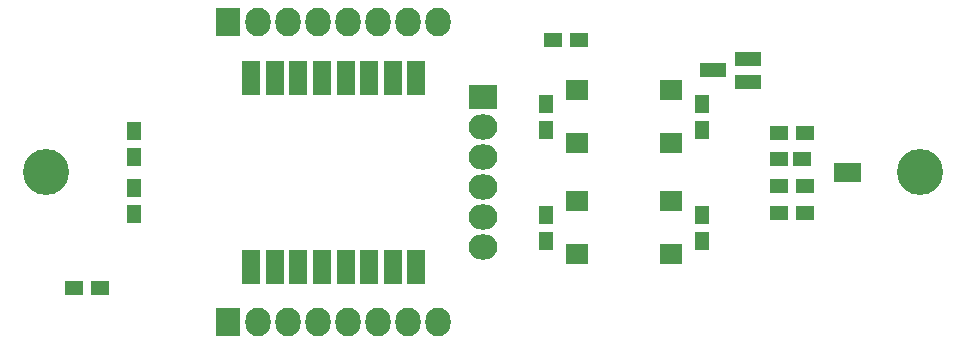
<source format=gbr>
G04 #@! TF.FileFunction,Soldermask,Top*
%FSLAX46Y46*%
G04 Gerber Fmt 4.6, Leading zero omitted, Abs format (unit mm)*
G04 Created by KiCad (PCBNEW 4.0.4+e1-6308~48~ubuntu14.04.1-stable) date Sun Nov 27 15:19:37 2016*
%MOMM*%
%LPD*%
G01*
G04 APERTURE LIST*
%ADD10C,0.100000*%
%ADD11C,3.900000*%
%ADD12R,1.600000X1.150000*%
%ADD13R,1.600000X1.300000*%
%ADD14R,2.432000X2.127200*%
%ADD15O,2.432000X2.127200*%
%ADD16R,2.127200X2.432000*%
%ADD17O,2.127200X2.432000*%
%ADD18R,2.200860X1.200100*%
%ADD19R,1.300000X1.600000*%
%ADD20R,1.250000X0.680000*%
%ADD21R,1.950000X1.700000*%
%ADD22R,1.500000X2.900000*%
G04 APERTURE END LIST*
D10*
D11*
X109050000Y-104140000D03*
X183050000Y-104140000D03*
D12*
X173035000Y-102997000D03*
X171135000Y-102997000D03*
D13*
X111422000Y-113919000D03*
X113622000Y-113919000D03*
X154135000Y-92964000D03*
X151935000Y-92964000D03*
D14*
X146050000Y-97790000D03*
D15*
X146050000Y-100330000D03*
X146050000Y-102870000D03*
X146050000Y-105410000D03*
X146050000Y-107950000D03*
X146050000Y-110490000D03*
D16*
X124460000Y-116840000D03*
D17*
X127000000Y-116840000D03*
X129540000Y-116840000D03*
X132080000Y-116840000D03*
X134620000Y-116840000D03*
X137160000Y-116840000D03*
X139700000Y-116840000D03*
X142240000Y-116840000D03*
D16*
X124460000Y-91440000D03*
D17*
X127000000Y-91440000D03*
X129540000Y-91440000D03*
X132080000Y-91440000D03*
X134620000Y-91440000D03*
X137160000Y-91440000D03*
X139700000Y-91440000D03*
X142240000Y-91440000D03*
D18*
X168506140Y-96454000D03*
X168506140Y-94554000D03*
X165503860Y-95504000D03*
D19*
X164592000Y-100541000D03*
X164592000Y-98341000D03*
X151384000Y-98341000D03*
X151384000Y-100541000D03*
X164592000Y-107739000D03*
X164592000Y-109939000D03*
X151384000Y-109939000D03*
X151384000Y-107739000D03*
X116459000Y-107653000D03*
X116459000Y-105453000D03*
X116459000Y-102827000D03*
X116459000Y-100627000D03*
D13*
X173312000Y-100838000D03*
X171112000Y-100838000D03*
D20*
X176336000Y-104640000D03*
X177486000Y-104640000D03*
X176336000Y-104140000D03*
X177486000Y-104140000D03*
X176336000Y-103640000D03*
X177486000Y-103640000D03*
D13*
X171112000Y-107569000D03*
X173312000Y-107569000D03*
X171112000Y-105283000D03*
X173312000Y-105283000D03*
D21*
X161963000Y-101691000D03*
X154013000Y-101691000D03*
X161963000Y-97191000D03*
X154013000Y-97191000D03*
X154013000Y-106589000D03*
X161963000Y-106589000D03*
X154013000Y-111089000D03*
X161963000Y-111089000D03*
D22*
X126413500Y-112140000D03*
X128413500Y-112140000D03*
X130413500Y-112140000D03*
X132413500Y-112140000D03*
X134413500Y-112140000D03*
X136413500Y-112140000D03*
X138413500Y-112140000D03*
X140413500Y-112140000D03*
X140413500Y-96140000D03*
X138413500Y-96140000D03*
X136413500Y-96140000D03*
X134413500Y-96140000D03*
X132413500Y-96140000D03*
X130413500Y-96140000D03*
X128413500Y-96140000D03*
X126413500Y-96140000D03*
M02*

</source>
